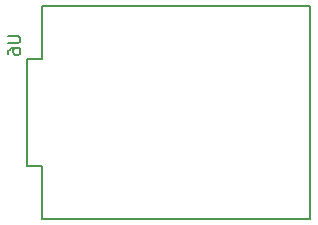
<source format=gbo>
G04 #@! TF.GenerationSoftware,KiCad,Pcbnew,9.0.1*
G04 #@! TF.CreationDate,2025-10-21T12:51:46+03:00*
G04 #@! TF.ProjectId,Twyst-Hardware,54777973-742d-4486-9172-64776172652e,rev?*
G04 #@! TF.SameCoordinates,Original*
G04 #@! TF.FileFunction,Legend,Bot*
G04 #@! TF.FilePolarity,Positive*
%FSLAX46Y46*%
G04 Gerber Fmt 4.6, Leading zero omitted, Abs format (unit mm)*
G04 Created by KiCad (PCBNEW 9.0.1) date 2025-10-21 12:51:46*
%MOMM*%
%LPD*%
G01*
G04 APERTURE LIST*
G04 Aperture macros list*
%AMRoundRect*
0 Rectangle with rounded corners*
0 $1 Rounding radius*
0 $2 $3 $4 $5 $6 $7 $8 $9 X,Y pos of 4 corners*
0 Add a 4 corners polygon primitive as box body*
4,1,4,$2,$3,$4,$5,$6,$7,$8,$9,$2,$3,0*
0 Add four circle primitives for the rounded corners*
1,1,$1+$1,$2,$3*
1,1,$1+$1,$4,$5*
1,1,$1+$1,$6,$7*
1,1,$1+$1,$8,$9*
0 Add four rect primitives between the rounded corners*
20,1,$1+$1,$2,$3,$4,$5,0*
20,1,$1+$1,$4,$5,$6,$7,0*
20,1,$1+$1,$6,$7,$8,$9,0*
20,1,$1+$1,$8,$9,$2,$3,0*%
%AMHorizOval*
0 Thick line with rounded ends*
0 $1 width*
0 $2 $3 position (X,Y) of the first rounded end (center of the circle)*
0 $4 $5 position (X,Y) of the second rounded end (center of the circle)*
0 Add line between two ends*
20,1,$1,$2,$3,$4,$5,0*
0 Add two circle primitives to create the rounded ends*
1,1,$1,$2,$3*
1,1,$1,$4,$5*%
G04 Aperture macros list end*
%ADD10C,0.150000*%
%ADD11C,0.127000*%
%ADD12C,0.750000*%
%ADD13O,2.000000X1.200000*%
%ADD14O,1.800000X1.200000*%
%ADD15C,0.900000*%
%ADD16RoundRect,0.250000X0.689429X0.194454X0.194454X0.689429X-0.689429X-0.194454X-0.194454X-0.689429X0*%
%ADD17HorizOval,1.200000X0.194454X0.194454X-0.194454X-0.194454X0*%
%ADD18C,1.552000*%
G04 APERTURE END LIST*
D10*
X131202319Y-98523095D02*
X132011842Y-98523095D01*
X132011842Y-98523095D02*
X132107080Y-98570714D01*
X132107080Y-98570714D02*
X132154700Y-98618333D01*
X132154700Y-98618333D02*
X132202319Y-98713571D01*
X132202319Y-98713571D02*
X132202319Y-98904047D01*
X132202319Y-98904047D02*
X132154700Y-98999285D01*
X132154700Y-98999285D02*
X132107080Y-99046904D01*
X132107080Y-99046904D02*
X132011842Y-99094523D01*
X132011842Y-99094523D02*
X131202319Y-99094523D01*
X131202319Y-99999285D02*
X131202319Y-99808809D01*
X131202319Y-99808809D02*
X131249938Y-99713571D01*
X131249938Y-99713571D02*
X131297557Y-99665952D01*
X131297557Y-99665952D02*
X131440414Y-99570714D01*
X131440414Y-99570714D02*
X131630890Y-99523095D01*
X131630890Y-99523095D02*
X132011842Y-99523095D01*
X132011842Y-99523095D02*
X132107080Y-99570714D01*
X132107080Y-99570714D02*
X132154700Y-99618333D01*
X132154700Y-99618333D02*
X132202319Y-99713571D01*
X132202319Y-99713571D02*
X132202319Y-99904047D01*
X132202319Y-99904047D02*
X132154700Y-99999285D01*
X132154700Y-99999285D02*
X132107080Y-100046904D01*
X132107080Y-100046904D02*
X132011842Y-100094523D01*
X132011842Y-100094523D02*
X131773747Y-100094523D01*
X131773747Y-100094523D02*
X131678509Y-100046904D01*
X131678509Y-100046904D02*
X131630890Y-99999285D01*
X131630890Y-99999285D02*
X131583271Y-99904047D01*
X131583271Y-99904047D02*
X131583271Y-99713571D01*
X131583271Y-99713571D02*
X131630890Y-99618333D01*
X131630890Y-99618333D02*
X131678509Y-99570714D01*
X131678509Y-99570714D02*
X131773747Y-99523095D01*
D11*
G04 #@! TO.C,U6*
X134050000Y-100500000D02*
X134050000Y-96000000D01*
X132750000Y-100500000D02*
X134050000Y-100500000D01*
X132750000Y-109500000D02*
X134050000Y-109500000D01*
X132750000Y-109500000D02*
X132750000Y-100500000D01*
X156750000Y-96000000D02*
X134050000Y-96000000D01*
X134050000Y-114000000D02*
X134050000Y-109500000D01*
X156750000Y-114000000D02*
X134050000Y-114000000D01*
X156750000Y-114000000D02*
X156750000Y-96000000D01*
G04 #@! TD*
%LPC*%
D12*
G04 #@! TO.C,USBC1*
X163260000Y-107900000D03*
X163260000Y-102100000D03*
D13*
X162760000Y-100670000D03*
D14*
X166940000Y-100670000D03*
X166940000Y-109330000D03*
D13*
X162760000Y-109330000D03*
G04 #@! TD*
D15*
G04 #@! TO.C,SW1*
X160422685Y-117544005D03*
X162544005Y-115422685D03*
G04 #@! TD*
D16*
G04 #@! TO.C,J1*
X160474696Y-95439519D03*
D17*
X159060482Y-94025305D03*
G04 #@! TD*
D18*
G04 #@! TO.C,U6*
X135500000Y-112620000D03*
X138040000Y-112620000D03*
X140580000Y-112620000D03*
X143120000Y-112620000D03*
X145660000Y-112620000D03*
X148200000Y-112620000D03*
X150740000Y-112620000D03*
X153280000Y-112620000D03*
X153280000Y-97380000D03*
X150740000Y-97380000D03*
X148200000Y-97380000D03*
X145660000Y-97380000D03*
X143120000Y-97380000D03*
X140580000Y-97380000D03*
X138040000Y-97380000D03*
X135500000Y-97380000D03*
G04 #@! TD*
%LPD*%
M02*

</source>
